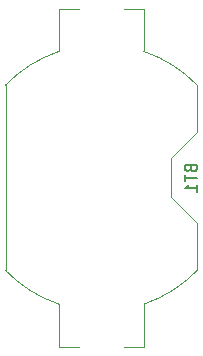
<source format=gbr>
%TF.GenerationSoftware,KiCad,Pcbnew,6.0.4-6f826c9f35~116~ubuntu20.04.1*%
%TF.CreationDate,2022-06-01T18:14:12+02:00*%
%TF.ProjectId,CursoKicad_CircularFab2022_1,43757273-6f4b-4696-9361-645f43697263,rev?*%
%TF.SameCoordinates,Original*%
%TF.FileFunction,Legend,Bot*%
%TF.FilePolarity,Positive*%
%FSLAX46Y46*%
G04 Gerber Fmt 4.6, Leading zero omitted, Abs format (unit mm)*
G04 Created by KiCad (PCBNEW 6.0.4-6f826c9f35~116~ubuntu20.04.1) date 2022-06-01 18:14:12*
%MOMM*%
%LPD*%
G01*
G04 APERTURE LIST*
%ADD10C,0.150000*%
%ADD11C,0.120000*%
G04 APERTURE END LIST*
D10*
%TO.C,BT1*%
X153598571Y-86844285D02*
X153646190Y-86987142D01*
X153693809Y-87034761D01*
X153789047Y-87082380D01*
X153931904Y-87082380D01*
X154027142Y-87034761D01*
X154074761Y-86987142D01*
X154122380Y-86891904D01*
X154122380Y-86510952D01*
X153122380Y-86510952D01*
X153122380Y-86844285D01*
X153170000Y-86939523D01*
X153217619Y-86987142D01*
X153312857Y-87034761D01*
X153408095Y-87034761D01*
X153503333Y-86987142D01*
X153550952Y-86939523D01*
X153598571Y-86844285D01*
X153598571Y-86510952D01*
X153122380Y-87368095D02*
X153122380Y-87939523D01*
X154122380Y-87653809D02*
X153122380Y-87653809D01*
X154122380Y-88796666D02*
X154122380Y-88225238D01*
X154122380Y-88510952D02*
X153122380Y-88510952D01*
X153265238Y-88415714D01*
X153360476Y-88320476D01*
X153408095Y-88225238D01*
D11*
X151960000Y-85970000D02*
X154160000Y-83770000D01*
X144150000Y-101940000D02*
X142440000Y-101940000D01*
X147950000Y-73320000D02*
X149660000Y-73320000D01*
X151960000Y-89290000D02*
X151960000Y-85970000D01*
X137940000Y-79782700D02*
X137940000Y-95477300D01*
X149660000Y-101940000D02*
X149660000Y-98322000D01*
X142440000Y-98322000D02*
X142440000Y-101940000D01*
X149660000Y-76938000D02*
X149660000Y-73320000D01*
X154160000Y-95477300D02*
X154160000Y-91490000D01*
X151960000Y-89290000D02*
X154160000Y-91490000D01*
X142440000Y-73320000D02*
X142440000Y-76938000D01*
X144150000Y-73320000D02*
X142440000Y-73320000D01*
X154160000Y-83770000D02*
X154160000Y-79782700D01*
X147950000Y-101940000D02*
X149660000Y-101940000D01*
X149660000Y-98322000D02*
G75*
G03*
X154161789Y-95475371I-3610012J10692020D01*
G01*
X137938211Y-95475371D02*
G75*
G03*
X142440000Y-98322000I8111789J7845371D01*
G01*
X142440000Y-76938001D02*
G75*
G03*
X137938211Y-79784629I3610010J-10692019D01*
G01*
X154161789Y-79784629D02*
G75*
G03*
X149660000Y-76938000I-8111785J-7845366D01*
G01*
%TD*%
M02*

</source>
